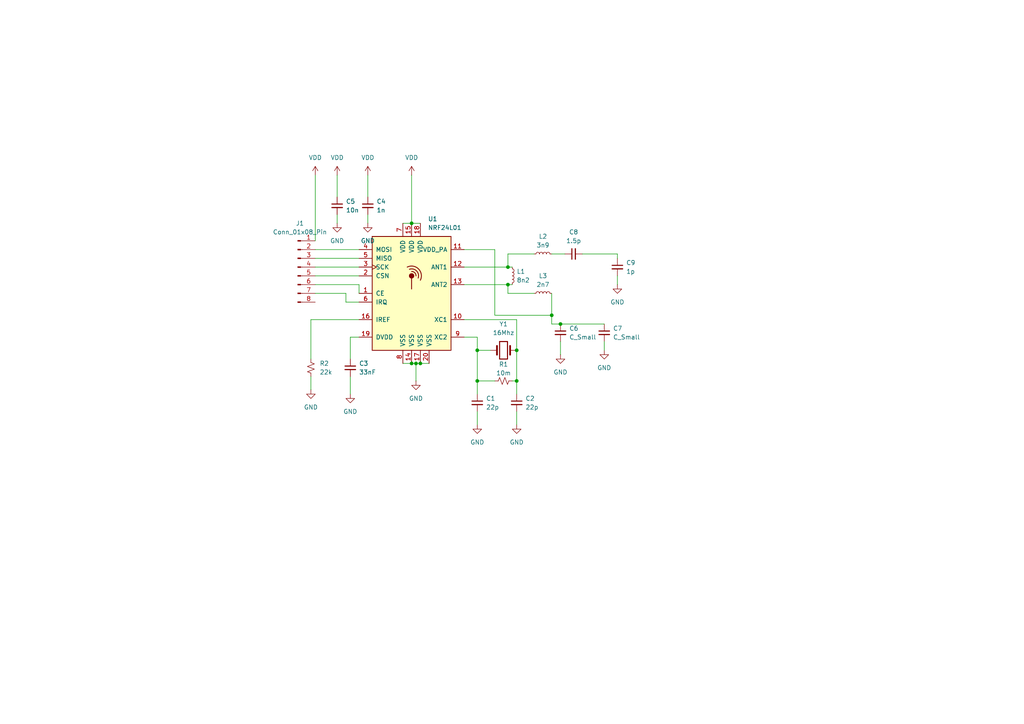
<source format=kicad_sch>
(kicad_sch
	(version 20231120)
	(generator "eeschema")
	(generator_version "8.0")
	(uuid "eaf494af-f862-44ad-80b5-f5f65d001f28")
	(paper "A4")
	(lib_symbols
		(symbol "Connector:Conn_01x08_Pin"
			(pin_names
				(offset 1.016) hide)
			(exclude_from_sim no)
			(in_bom yes)
			(on_board yes)
			(property "Reference" "J"
				(at 0 10.16 0)
				(effects
					(font
						(size 1.27 1.27)
					)
				)
			)
			(property "Value" "Conn_01x08_Pin"
				(at 0 -12.7 0)
				(effects
					(font
						(size 1.27 1.27)
					)
				)
			)
			(property "Footprint" ""
				(at 0 0 0)
				(effects
					(font
						(size 1.27 1.27)
					)
					(hide yes)
				)
			)
			(property "Datasheet" "~"
				(at 0 0 0)
				(effects
					(font
						(size 1.27 1.27)
					)
					(hide yes)
				)
			)
			(property "Description" "Generic connector, single row, 01x08, script generated"
				(at 0 0 0)
				(effects
					(font
						(size 1.27 1.27)
					)
					(hide yes)
				)
			)
			(property "ki_locked" ""
				(at 0 0 0)
				(effects
					(font
						(size 1.27 1.27)
					)
				)
			)
			(property "ki_keywords" "connector"
				(at 0 0 0)
				(effects
					(font
						(size 1.27 1.27)
					)
					(hide yes)
				)
			)
			(property "ki_fp_filters" "Connector*:*_1x??_*"
				(at 0 0 0)
				(effects
					(font
						(size 1.27 1.27)
					)
					(hide yes)
				)
			)
			(symbol "Conn_01x08_Pin_1_1"
				(polyline
					(pts
						(xy 1.27 -10.16) (xy 0.8636 -10.16)
					)
					(stroke
						(width 0.1524)
						(type default)
					)
					(fill
						(type none)
					)
				)
				(polyline
					(pts
						(xy 1.27 -7.62) (xy 0.8636 -7.62)
					)
					(stroke
						(width 0.1524)
						(type default)
					)
					(fill
						(type none)
					)
				)
				(polyline
					(pts
						(xy 1.27 -5.08) (xy 0.8636 -5.08)
					)
					(stroke
						(width 0.1524)
						(type default)
					)
					(fill
						(type none)
					)
				)
				(polyline
					(pts
						(xy 1.27 -2.54) (xy 0.8636 -2.54)
					)
					(stroke
						(width 0.1524)
						(type default)
					)
					(fill
						(type none)
					)
				)
				(polyline
					(pts
						(xy 1.27 0) (xy 0.8636 0)
					)
					(stroke
						(width 0.1524)
						(type default)
					)
					(fill
						(type none)
					)
				)
				(polyline
					(pts
						(xy 1.27 2.54) (xy 0.8636 2.54)
					)
					(stroke
						(width 0.1524)
						(type default)
					)
					(fill
						(type none)
					)
				)
				(polyline
					(pts
						(xy 1.27 5.08) (xy 0.8636 5.08)
					)
					(stroke
						(width 0.1524)
						(type default)
					)
					(fill
						(type none)
					)
				)
				(polyline
					(pts
						(xy 1.27 7.62) (xy 0.8636 7.62)
					)
					(stroke
						(width 0.1524)
						(type default)
					)
					(fill
						(type none)
					)
				)
				(rectangle
					(start 0.8636 -10.033)
					(end 0 -10.287)
					(stroke
						(width 0.1524)
						(type default)
					)
					(fill
						(type outline)
					)
				)
				(rectangle
					(start 0.8636 -7.493)
					(end 0 -7.747)
					(stroke
						(width 0.1524)
						(type default)
					)
					(fill
						(type outline)
					)
				)
				(rectangle
					(start 0.8636 -4.953)
					(end 0 -5.207)
					(stroke
						(width 0.1524)
						(type default)
					)
					(fill
						(type outline)
					)
				)
				(rectangle
					(start 0.8636 -2.413)
					(end 0 -2.667)
					(stroke
						(width 0.1524)
						(type default)
					)
					(fill
						(type outline)
					)
				)
				(rectangle
					(start 0.8636 0.127)
					(end 0 -0.127)
					(stroke
						(width 0.1524)
						(type default)
					)
					(fill
						(type outline)
					)
				)
				(rectangle
					(start 0.8636 2.667)
					(end 0 2.413)
					(stroke
						(width 0.1524)
						(type default)
					)
					(fill
						(type outline)
					)
				)
				(rectangle
					(start 0.8636 5.207)
					(end 0 4.953)
					(stroke
						(width 0.1524)
						(type default)
					)
					(fill
						(type outline)
					)
				)
				(rectangle
					(start 0.8636 7.747)
					(end 0 7.493)
					(stroke
						(width 0.1524)
						(type default)
					)
					(fill
						(type outline)
					)
				)
				(pin passive line
					(at 5.08 7.62 180)
					(length 3.81)
					(name "Pin_1"
						(effects
							(font
								(size 1.27 1.27)
							)
						)
					)
					(number "1"
						(effects
							(font
								(size 1.27 1.27)
							)
						)
					)
				)
				(pin passive line
					(at 5.08 5.08 180)
					(length 3.81)
					(name "Pin_2"
						(effects
							(font
								(size 1.27 1.27)
							)
						)
					)
					(number "2"
						(effects
							(font
								(size 1.27 1.27)
							)
						)
					)
				)
				(pin passive line
					(at 5.08 2.54 180)
					(length 3.81)
					(name "Pin_3"
						(effects
							(font
								(size 1.27 1.27)
							)
						)
					)
					(number "3"
						(effects
							(font
								(size 1.27 1.27)
							)
						)
					)
				)
				(pin passive line
					(at 5.08 0 180)
					(length 3.81)
					(name "Pin_4"
						(effects
							(font
								(size 1.27 1.27)
							)
						)
					)
					(number "4"
						(effects
							(font
								(size 1.27 1.27)
							)
						)
					)
				)
				(pin passive line
					(at 5.08 -2.54 180)
					(length 3.81)
					(name "Pin_5"
						(effects
							(font
								(size 1.27 1.27)
							)
						)
					)
					(number "5"
						(effects
							(font
								(size 1.27 1.27)
							)
						)
					)
				)
				(pin passive line
					(at 5.08 -5.08 180)
					(length 3.81)
					(name "Pin_6"
						(effects
							(font
								(size 1.27 1.27)
							)
						)
					)
					(number "6"
						(effects
							(font
								(size 1.27 1.27)
							)
						)
					)
				)
				(pin passive line
					(at 5.08 -7.62 180)
					(length 3.81)
					(name "Pin_7"
						(effects
							(font
								(size 1.27 1.27)
							)
						)
					)
					(number "7"
						(effects
							(font
								(size 1.27 1.27)
							)
						)
					)
				)
				(pin passive line
					(at 5.08 -10.16 180)
					(length 3.81)
					(name "Pin_8"
						(effects
							(font
								(size 1.27 1.27)
							)
						)
					)
					(number "8"
						(effects
							(font
								(size 1.27 1.27)
							)
						)
					)
				)
			)
		)
		(symbol "Device:C_Small"
			(pin_numbers hide)
			(pin_names
				(offset 0.254) hide)
			(exclude_from_sim no)
			(in_bom yes)
			(on_board yes)
			(property "Reference" "C"
				(at 0.254 1.778 0)
				(effects
					(font
						(size 1.27 1.27)
					)
					(justify left)
				)
			)
			(property "Value" "C_Small"
				(at 0.254 -2.032 0)
				(effects
					(font
						(size 1.27 1.27)
					)
					(justify left)
				)
			)
			(property "Footprint" ""
				(at 0 0 0)
				(effects
					(font
						(size 1.27 1.27)
					)
					(hide yes)
				)
			)
			(property "Datasheet" "~"
				(at 0 0 0)
				(effects
					(font
						(size 1.27 1.27)
					)
					(hide yes)
				)
			)
			(property "Description" "Unpolarized capacitor, small symbol"
				(at 0 0 0)
				(effects
					(font
						(size 1.27 1.27)
					)
					(hide yes)
				)
			)
			(property "ki_keywords" "capacitor cap"
				(at 0 0 0)
				(effects
					(font
						(size 1.27 1.27)
					)
					(hide yes)
				)
			)
			(property "ki_fp_filters" "C_*"
				(at 0 0 0)
				(effects
					(font
						(size 1.27 1.27)
					)
					(hide yes)
				)
			)
			(symbol "C_Small_0_1"
				(polyline
					(pts
						(xy -1.524 -0.508) (xy 1.524 -0.508)
					)
					(stroke
						(width 0.3302)
						(type default)
					)
					(fill
						(type none)
					)
				)
				(polyline
					(pts
						(xy -1.524 0.508) (xy 1.524 0.508)
					)
					(stroke
						(width 0.3048)
						(type default)
					)
					(fill
						(type none)
					)
				)
			)
			(symbol "C_Small_1_1"
				(pin passive line
					(at 0 2.54 270)
					(length 2.032)
					(name "~"
						(effects
							(font
								(size 1.27 1.27)
							)
						)
					)
					(number "1"
						(effects
							(font
								(size 1.27 1.27)
							)
						)
					)
				)
				(pin passive line
					(at 0 -2.54 90)
					(length 2.032)
					(name "~"
						(effects
							(font
								(size 1.27 1.27)
							)
						)
					)
					(number "2"
						(effects
							(font
								(size 1.27 1.27)
							)
						)
					)
				)
			)
		)
		(symbol "Device:Crystal"
			(pin_numbers hide)
			(pin_names
				(offset 1.016) hide)
			(exclude_from_sim no)
			(in_bom yes)
			(on_board yes)
			(property "Reference" "Y"
				(at 0 3.81 0)
				(effects
					(font
						(size 1.27 1.27)
					)
				)
			)
			(property "Value" "Crystal"
				(at 0 -3.81 0)
				(effects
					(font
						(size 1.27 1.27)
					)
				)
			)
			(property "Footprint" ""
				(at 0 0 0)
				(effects
					(font
						(size 1.27 1.27)
					)
					(hide yes)
				)
			)
			(property "Datasheet" "~"
				(at 0 0 0)
				(effects
					(font
						(size 1.27 1.27)
					)
					(hide yes)
				)
			)
			(property "Description" "Two pin crystal"
				(at 0 0 0)
				(effects
					(font
						(size 1.27 1.27)
					)
					(hide yes)
				)
			)
			(property "ki_keywords" "quartz ceramic resonator oscillator"
				(at 0 0 0)
				(effects
					(font
						(size 1.27 1.27)
					)
					(hide yes)
				)
			)
			(property "ki_fp_filters" "Crystal*"
				(at 0 0 0)
				(effects
					(font
						(size 1.27 1.27)
					)
					(hide yes)
				)
			)
			(symbol "Crystal_0_1"
				(rectangle
					(start -1.143 2.54)
					(end 1.143 -2.54)
					(stroke
						(width 0.3048)
						(type default)
					)
					(fill
						(type none)
					)
				)
				(polyline
					(pts
						(xy -2.54 0) (xy -1.905 0)
					)
					(stroke
						(width 0)
						(type default)
					)
					(fill
						(type none)
					)
				)
				(polyline
					(pts
						(xy -1.905 -1.27) (xy -1.905 1.27)
					)
					(stroke
						(width 0.508)
						(type default)
					)
					(fill
						(type none)
					)
				)
				(polyline
					(pts
						(xy 1.905 -1.27) (xy 1.905 1.27)
					)
					(stroke
						(width 0.508)
						(type default)
					)
					(fill
						(type none)
					)
				)
				(polyline
					(pts
						(xy 2.54 0) (xy 1.905 0)
					)
					(stroke
						(width 0)
						(type default)
					)
					(fill
						(type none)
					)
				)
			)
			(symbol "Crystal_1_1"
				(pin passive line
					(at -3.81 0 0)
					(length 1.27)
					(name "1"
						(effects
							(font
								(size 1.27 1.27)
							)
						)
					)
					(number "1"
						(effects
							(font
								(size 1.27 1.27)
							)
						)
					)
				)
				(pin passive line
					(at 3.81 0 180)
					(length 1.27)
					(name "2"
						(effects
							(font
								(size 1.27 1.27)
							)
						)
					)
					(number "2"
						(effects
							(font
								(size 1.27 1.27)
							)
						)
					)
				)
			)
		)
		(symbol "Device:L_Small"
			(pin_numbers hide)
			(pin_names
				(offset 0.254) hide)
			(exclude_from_sim no)
			(in_bom yes)
			(on_board yes)
			(property "Reference" "L"
				(at 0.762 1.016 0)
				(effects
					(font
						(size 1.27 1.27)
					)
					(justify left)
				)
			)
			(property "Value" "L_Small"
				(at 0.762 -1.016 0)
				(effects
					(font
						(size 1.27 1.27)
					)
					(justify left)
				)
			)
			(property "Footprint" ""
				(at 0 0 0)
				(effects
					(font
						(size 1.27 1.27)
					)
					(hide yes)
				)
			)
			(property "Datasheet" "~"
				(at 0 0 0)
				(effects
					(font
						(size 1.27 1.27)
					)
					(hide yes)
				)
			)
			(property "Description" "Inductor, small symbol"
				(at 0 0 0)
				(effects
					(font
						(size 1.27 1.27)
					)
					(hide yes)
				)
			)
			(property "ki_keywords" "inductor choke coil reactor magnetic"
				(at 0 0 0)
				(effects
					(font
						(size 1.27 1.27)
					)
					(hide yes)
				)
			)
			(property "ki_fp_filters" "Choke_* *Coil* Inductor_* L_*"
				(at 0 0 0)
				(effects
					(font
						(size 1.27 1.27)
					)
					(hide yes)
				)
			)
			(symbol "L_Small_0_1"
				(arc
					(start 0 -2.032)
					(mid 0.5058 -1.524)
					(end 0 -1.016)
					(stroke
						(width 0)
						(type default)
					)
					(fill
						(type none)
					)
				)
				(arc
					(start 0 -1.016)
					(mid 0.5058 -0.508)
					(end 0 0)
					(stroke
						(width 0)
						(type default)
					)
					(fill
						(type none)
					)
				)
				(arc
					(start 0 0)
					(mid 0.5058 0.508)
					(end 0 1.016)
					(stroke
						(width 0)
						(type default)
					)
					(fill
						(type none)
					)
				)
				(arc
					(start 0 1.016)
					(mid 0.5058 1.524)
					(end 0 2.032)
					(stroke
						(width 0)
						(type default)
					)
					(fill
						(type none)
					)
				)
			)
			(symbol "L_Small_1_1"
				(pin passive line
					(at 0 2.54 270)
					(length 0.508)
					(name "~"
						(effects
							(font
								(size 1.27 1.27)
							)
						)
					)
					(number "1"
						(effects
							(font
								(size 1.27 1.27)
							)
						)
					)
				)
				(pin passive line
					(at 0 -2.54 90)
					(length 0.508)
					(name "~"
						(effects
							(font
								(size 1.27 1.27)
							)
						)
					)
					(number "2"
						(effects
							(font
								(size 1.27 1.27)
							)
						)
					)
				)
			)
		)
		(symbol "Device:R_Small_US"
			(pin_numbers hide)
			(pin_names
				(offset 0.254) hide)
			(exclude_from_sim no)
			(in_bom yes)
			(on_board yes)
			(property "Reference" "R"
				(at 0.762 0.508 0)
				(effects
					(font
						(size 1.27 1.27)
					)
					(justify left)
				)
			)
			(property "Value" "R_Small_US"
				(at 0.762 -1.016 0)
				(effects
					(font
						(size 1.27 1.27)
					)
					(justify left)
				)
			)
			(property "Footprint" ""
				(at 0 0 0)
				(effects
					(font
						(size 1.27 1.27)
					)
					(hide yes)
				)
			)
			(property "Datasheet" "~"
				(at 0 0 0)
				(effects
					(font
						(size 1.27 1.27)
					)
					(hide yes)
				)
			)
			(property "Description" "Resistor, small US symbol"
				(at 0 0 0)
				(effects
					(font
						(size 1.27 1.27)
					)
					(hide yes)
				)
			)
			(property "ki_keywords" "r resistor"
				(at 0 0 0)
				(effects
					(font
						(size 1.27 1.27)
					)
					(hide yes)
				)
			)
			(property "ki_fp_filters" "R_*"
				(at 0 0 0)
				(effects
					(font
						(size 1.27 1.27)
					)
					(hide yes)
				)
			)
			(symbol "R_Small_US_1_1"
				(polyline
					(pts
						(xy 0 0) (xy 1.016 -0.381) (xy 0 -0.762) (xy -1.016 -1.143) (xy 0 -1.524)
					)
					(stroke
						(width 0)
						(type default)
					)
					(fill
						(type none)
					)
				)
				(polyline
					(pts
						(xy 0 1.524) (xy 1.016 1.143) (xy 0 0.762) (xy -1.016 0.381) (xy 0 0)
					)
					(stroke
						(width 0)
						(type default)
					)
					(fill
						(type none)
					)
				)
				(pin passive line
					(at 0 2.54 270)
					(length 1.016)
					(name "~"
						(effects
							(font
								(size 1.27 1.27)
							)
						)
					)
					(number "1"
						(effects
							(font
								(size 1.27 1.27)
							)
						)
					)
				)
				(pin passive line
					(at 0 -2.54 90)
					(length 1.016)
					(name "~"
						(effects
							(font
								(size 1.27 1.27)
							)
						)
					)
					(number "2"
						(effects
							(font
								(size 1.27 1.27)
							)
						)
					)
				)
			)
		)
		(symbol "RF:NRF24L01"
			(pin_names
				(offset 1.016)
			)
			(exclude_from_sim no)
			(in_bom yes)
			(on_board yes)
			(property "Reference" "U"
				(at -11.43 17.78 0)
				(effects
					(font
						(size 1.27 1.27)
					)
					(justify left)
				)
			)
			(property "Value" "NRF24L01"
				(at 5.08 17.78 0)
				(effects
					(font
						(size 1.27 1.27)
					)
					(justify left)
				)
			)
			(property "Footprint" "Package_DFN_QFN:QFN-20-1EP_4x4mm_P0.5mm_EP2.5x2.5mm"
				(at 5.08 20.32 0)
				(effects
					(font
						(size 1.27 1.27)
						(italic yes)
					)
					(justify left)
					(hide yes)
				)
			)
			(property "Datasheet" "http://www.nordicsemi.com/eng/content/download/2730/34105/file/nRF24L01_Product_Specification_v2_0.pdf"
				(at 0 2.54 0)
				(effects
					(font
						(size 1.27 1.27)
					)
					(hide yes)
				)
			)
			(property "Description" "Ultra low power 2.4GHz RF Transceiver, QFN-20"
				(at 0 0 0)
				(effects
					(font
						(size 1.27 1.27)
					)
					(hide yes)
				)
			)
			(property "ki_keywords" "Low Power RF Transceiver"
				(at 0 0 0)
				(effects
					(font
						(size 1.27 1.27)
					)
					(hide yes)
				)
			)
			(property "ki_fp_filters" "QFN*4x4*0.5mm*"
				(at 0 0 0)
				(effects
					(font
						(size 1.27 1.27)
					)
					(hide yes)
				)
			)
			(symbol "NRF24L01_0_1"
				(rectangle
					(start -11.43 16.51)
					(end 11.43 -16.51)
					(stroke
						(width 0.254)
						(type default)
					)
					(fill
						(type background)
					)
				)
				(polyline
					(pts
						(xy 0 4.445) (xy 0 1.27)
					)
					(stroke
						(width 0.254)
						(type default)
					)
					(fill
						(type none)
					)
				)
				(circle
					(center 0 5.08)
					(radius 0.635)
					(stroke
						(width 0.254)
						(type default)
					)
					(fill
						(type outline)
					)
				)
				(arc
					(start 1.27 5.08)
					(mid 0.9071 5.9946)
					(end 0 6.35)
					(stroke
						(width 0.254)
						(type default)
					)
					(fill
						(type none)
					)
				)
				(arc
					(start 1.905 4.445)
					(mid 1.4313 6.5254)
					(end -0.635 6.985)
					(stroke
						(width 0.254)
						(type default)
					)
					(fill
						(type none)
					)
				)
				(arc
					(start 2.54 3.81)
					(mid 2.008 7.088)
					(end -1.27 7.62)
					(stroke
						(width 0.254)
						(type default)
					)
					(fill
						(type none)
					)
				)
				(rectangle
					(start 11.43 -13.97)
					(end 11.43 -13.97)
					(stroke
						(width 0)
						(type default)
					)
					(fill
						(type none)
					)
				)
			)
			(symbol "NRF24L01_1_1"
				(pin input line
					(at -15.24 0 0)
					(length 3.81)
					(name "CE"
						(effects
							(font
								(size 1.27 1.27)
							)
						)
					)
					(number "1"
						(effects
							(font
								(size 1.27 1.27)
							)
						)
					)
				)
				(pin passive line
					(at 15.24 -7.62 180)
					(length 3.81)
					(name "XC1"
						(effects
							(font
								(size 1.27 1.27)
							)
						)
					)
					(number "10"
						(effects
							(font
								(size 1.27 1.27)
							)
						)
					)
				)
				(pin power_out line
					(at 15.24 12.7 180)
					(length 3.81)
					(name "VDD_PA"
						(effects
							(font
								(size 1.27 1.27)
							)
						)
					)
					(number "11"
						(effects
							(font
								(size 1.27 1.27)
							)
						)
					)
				)
				(pin passive line
					(at 15.24 7.62 180)
					(length 3.81)
					(name "ANT1"
						(effects
							(font
								(size 1.27 1.27)
							)
						)
					)
					(number "12"
						(effects
							(font
								(size 1.27 1.27)
							)
						)
					)
				)
				(pin passive line
					(at 15.24 2.54 180)
					(length 3.81)
					(name "ANT2"
						(effects
							(font
								(size 1.27 1.27)
							)
						)
					)
					(number "13"
						(effects
							(font
								(size 1.27 1.27)
							)
						)
					)
				)
				(pin power_in line
					(at 0 -20.32 90)
					(length 3.81)
					(name "VSS"
						(effects
							(font
								(size 1.27 1.27)
							)
						)
					)
					(number "14"
						(effects
							(font
								(size 1.27 1.27)
							)
						)
					)
				)
				(pin power_in line
					(at 0 20.32 270)
					(length 3.81)
					(name "VDD"
						(effects
							(font
								(size 1.27 1.27)
							)
						)
					)
					(number "15"
						(effects
							(font
								(size 1.27 1.27)
							)
						)
					)
				)
				(pin passive line
					(at -15.24 -7.62 0)
					(length 3.81)
					(name "IREF"
						(effects
							(font
								(size 1.27 1.27)
							)
						)
					)
					(number "16"
						(effects
							(font
								(size 1.27 1.27)
							)
						)
					)
				)
				(pin power_in line
					(at 2.54 -20.32 90)
					(length 3.81)
					(name "VSS"
						(effects
							(font
								(size 1.27 1.27)
							)
						)
					)
					(number "17"
						(effects
							(font
								(size 1.27 1.27)
							)
						)
					)
				)
				(pin power_in line
					(at 2.54 20.32 270)
					(length 3.81)
					(name "VDD"
						(effects
							(font
								(size 1.27 1.27)
							)
						)
					)
					(number "18"
						(effects
							(font
								(size 1.27 1.27)
							)
						)
					)
				)
				(pin power_out line
					(at -15.24 -12.7 0)
					(length 3.81)
					(name "DVDD"
						(effects
							(font
								(size 1.27 1.27)
							)
						)
					)
					(number "19"
						(effects
							(font
								(size 1.27 1.27)
							)
						)
					)
				)
				(pin input line
					(at -15.24 5.08 0)
					(length 3.81)
					(name "CSN"
						(effects
							(font
								(size 1.27 1.27)
							)
						)
					)
					(number "2"
						(effects
							(font
								(size 1.27 1.27)
							)
						)
					)
				)
				(pin power_in line
					(at 5.08 -20.32 90)
					(length 3.81)
					(name "VSS"
						(effects
							(font
								(size 1.27 1.27)
							)
						)
					)
					(number "20"
						(effects
							(font
								(size 1.27 1.27)
							)
						)
					)
				)
				(pin input clock
					(at -15.24 7.62 0)
					(length 3.81)
					(name "SCK"
						(effects
							(font
								(size 1.27 1.27)
							)
						)
					)
					(number "3"
						(effects
							(font
								(size 1.27 1.27)
							)
						)
					)
				)
				(pin input line
					(at -15.24 12.7 0)
					(length 3.81)
					(name "MOSI"
						(effects
							(font
								(size 1.27 1.27)
							)
						)
					)
					(number "4"
						(effects
							(font
								(size 1.27 1.27)
							)
						)
					)
				)
				(pin output line
					(at -15.24 10.16 0)
					(length 3.81)
					(name "MISO"
						(effects
							(font
								(size 1.27 1.27)
							)
						)
					)
					(number "5"
						(effects
							(font
								(size 1.27 1.27)
							)
						)
					)
				)
				(pin output line
					(at -15.24 -2.54 0)
					(length 3.81)
					(name "IRQ"
						(effects
							(font
								(size 1.27 1.27)
							)
						)
					)
					(number "6"
						(effects
							(font
								(size 1.27 1.27)
							)
						)
					)
				)
				(pin power_in line
					(at -2.54 20.32 270)
					(length 3.81)
					(name "VDD"
						(effects
							(font
								(size 1.27 1.27)
							)
						)
					)
					(number "7"
						(effects
							(font
								(size 1.27 1.27)
							)
						)
					)
				)
				(pin power_in line
					(at -2.54 -20.32 90)
					(length 3.81)
					(name "VSS"
						(effects
							(font
								(size 1.27 1.27)
							)
						)
					)
					(number "8"
						(effects
							(font
								(size 1.27 1.27)
							)
						)
					)
				)
				(pin passive line
					(at 15.24 -12.7 180)
					(length 3.81)
					(name "XC2"
						(effects
							(font
								(size 1.27 1.27)
							)
						)
					)
					(number "9"
						(effects
							(font
								(size 1.27 1.27)
							)
						)
					)
				)
			)
		)
		(symbol "power:GND"
			(power)
			(pin_numbers hide)
			(pin_names
				(offset 0) hide)
			(exclude_from_sim no)
			(in_bom yes)
			(on_board yes)
			(property "Reference" "#PWR"
				(at 0 -6.35 0)
				(effects
					(font
						(size 1.27 1.27)
					)
					(hide yes)
				)
			)
			(property "Value" "GND"
				(at 0 -3.81 0)
				(effects
					(font
						(size 1.27 1.27)
					)
				)
			)
			(property "Footprint" ""
				(at 0 0 0)
				(effects
					(font
						(size 1.27 1.27)
					)
					(hide yes)
				)
			)
			(property "Datasheet" ""
				(at 0 0 0)
				(effects
					(font
						(size 1.27 1.27)
					)
					(hide yes)
				)
			)
			(property "Description" "Power symbol creates a global label with name \"GND\" , ground"
				(at 0 0 0)
				(effects
					(font
						(size 1.27 1.27)
					)
					(hide yes)
				)
			)
			(property "ki_keywords" "global power"
				(at 0 0 0)
				(effects
					(font
						(size 1.27 1.27)
					)
					(hide yes)
				)
			)
			(symbol "GND_0_1"
				(polyline
					(pts
						(xy 0 0) (xy 0 -1.27) (xy 1.27 -1.27) (xy 0 -2.54) (xy -1.27 -1.27) (xy 0 -1.27)
					)
					(stroke
						(width 0)
						(type default)
					)
					(fill
						(type none)
					)
				)
			)
			(symbol "GND_1_1"
				(pin power_in line
					(at 0 0 270)
					(length 0)
					(name "~"
						(effects
							(font
								(size 1.27 1.27)
							)
						)
					)
					(number "1"
						(effects
							(font
								(size 1.27 1.27)
							)
						)
					)
				)
			)
		)
		(symbol "power:VDD"
			(power)
			(pin_numbers hide)
			(pin_names
				(offset 0) hide)
			(exclude_from_sim no)
			(in_bom yes)
			(on_board yes)
			(property "Reference" "#PWR"
				(at 0 -3.81 0)
				(effects
					(font
						(size 1.27 1.27)
					)
					(hide yes)
				)
			)
			(property "Value" "VDD"
				(at 0 3.556 0)
				(effects
					(font
						(size 1.27 1.27)
					)
				)
			)
			(property "Footprint" ""
				(at 0 0 0)
				(effects
					(font
						(size 1.27 1.27)
					)
					(hide yes)
				)
			)
			(property "Datasheet" ""
				(at 0 0 0)
				(effects
					(font
						(size 1.27 1.27)
					)
					(hide yes)
				)
			)
			(property "Description" "Power symbol creates a global label with name \"VDD\""
				(at 0 0 0)
				(effects
					(font
						(size 1.27 1.27)
					)
					(hide yes)
				)
			)
			(property "ki_keywords" "global power"
				(at 0 0 0)
				(effects
					(font
						(size 1.27 1.27)
					)
					(hide yes)
				)
			)
			(symbol "VDD_0_1"
				(polyline
					(pts
						(xy -0.762 1.27) (xy 0 2.54)
					)
					(stroke
						(width 0)
						(type default)
					)
					(fill
						(type none)
					)
				)
				(polyline
					(pts
						(xy 0 0) (xy 0 2.54)
					)
					(stroke
						(width 0)
						(type default)
					)
					(fill
						(type none)
					)
				)
				(polyline
					(pts
						(xy 0 2.54) (xy 0.762 1.27)
					)
					(stroke
						(width 0)
						(type default)
					)
					(fill
						(type none)
					)
				)
			)
			(symbol "VDD_1_1"
				(pin power_in line
					(at 0 0 90)
					(length 0)
					(name "~"
						(effects
							(font
								(size 1.27 1.27)
							)
						)
					)
					(number "1"
						(effects
							(font
								(size 1.27 1.27)
							)
						)
					)
				)
			)
		)
	)
	(junction
		(at 147.32 77.47)
		(diameter 0)
		(color 0 0 0 0)
		(uuid "001b816e-5d84-48f9-bb1b-ad2045657b92")
	)
	(junction
		(at 119.38 105.41)
		(diameter 0)
		(color 0 0 0 0)
		(uuid "02f4b3f8-2a7b-4c3a-b095-24552703c59e")
	)
	(junction
		(at 160.02 91.44)
		(diameter 0)
		(color 0 0 0 0)
		(uuid "0399402f-aa59-4610-9ece-45e9ef187177")
	)
	(junction
		(at 138.43 101.6)
		(diameter 0)
		(color 0 0 0 0)
		(uuid "2539d953-5f3e-4e7a-a694-a72d7388de63")
	)
	(junction
		(at 119.38 64.77)
		(diameter 0)
		(color 0 0 0 0)
		(uuid "3261b5a9-841b-430a-a099-62cd31960fab")
	)
	(junction
		(at 147.32 82.55)
		(diameter 0)
		(color 0 0 0 0)
		(uuid "63fce747-7c5c-4f4f-8163-d5add5d8699d")
	)
	(junction
		(at 120.65 105.41)
		(diameter 0)
		(color 0 0 0 0)
		(uuid "6f99e521-6502-472d-9da1-e51aeb571f13")
	)
	(junction
		(at 138.43 110.49)
		(diameter 0)
		(color 0 0 0 0)
		(uuid "9913e8b3-3fed-460c-ae3a-0c87e4e730ba")
	)
	(junction
		(at 149.86 101.6)
		(diameter 0)
		(color 0 0 0 0)
		(uuid "b1eed306-3f7c-4711-b556-a1df405c5b87")
	)
	(junction
		(at 121.92 105.41)
		(diameter 0)
		(color 0 0 0 0)
		(uuid "c4fa302e-8dcb-4e52-b14f-301d799055c6")
	)
	(junction
		(at 149.86 110.49)
		(diameter 0)
		(color 0 0 0 0)
		(uuid "d49daa8b-3bab-42fd-8477-9486e86b1ba2")
	)
	(junction
		(at 162.56 93.98)
		(diameter 0)
		(color 0 0 0 0)
		(uuid "e0a4a631-4ab5-4155-aa43-b7841db8cae0")
	)
	(wire
		(pts
			(xy 143.51 72.39) (xy 143.51 91.44)
		)
		(stroke
			(width 0)
			(type default)
		)
		(uuid "05d5bf7f-2979-4047-95a5-f692370e1aeb")
	)
	(wire
		(pts
			(xy 134.62 72.39) (xy 143.51 72.39)
		)
		(stroke
			(width 0)
			(type default)
		)
		(uuid "0a77dd94-086e-41ef-8221-92ad3581a810")
	)
	(wire
		(pts
			(xy 106.68 62.23) (xy 106.68 64.77)
		)
		(stroke
			(width 0)
			(type default)
		)
		(uuid "0e29edb7-2345-4d2b-8ab7-5bb9a52a7b4f")
	)
	(wire
		(pts
			(xy 149.86 110.49) (xy 149.86 114.3)
		)
		(stroke
			(width 0)
			(type default)
		)
		(uuid "0f547dd6-5672-4949-b36e-96a21c2047c0")
	)
	(wire
		(pts
			(xy 160.02 93.98) (xy 162.56 93.98)
		)
		(stroke
			(width 0)
			(type default)
		)
		(uuid "123a1123-1bf7-4ea4-a10e-c41dea7227ed")
	)
	(wire
		(pts
			(xy 160.02 91.44) (xy 160.02 85.09)
		)
		(stroke
			(width 0)
			(type default)
		)
		(uuid "12c68143-3fcd-4c98-aae9-79c0168f0d8e")
	)
	(wire
		(pts
			(xy 120.65 105.41) (xy 120.65 110.49)
		)
		(stroke
			(width 0)
			(type default)
		)
		(uuid "1e649639-e7cd-48c8-ac34-2e4eba9d5288")
	)
	(wire
		(pts
			(xy 160.02 93.98) (xy 160.02 91.44)
		)
		(stroke
			(width 0)
			(type default)
		)
		(uuid "1ff260d7-cfa6-414c-a570-94fc6fbae95f")
	)
	(wire
		(pts
			(xy 138.43 97.79) (xy 138.43 101.6)
		)
		(stroke
			(width 0)
			(type default)
		)
		(uuid "1ff4e910-b36e-417a-af75-827eae96f7fd")
	)
	(wire
		(pts
			(xy 100.33 87.63) (xy 104.14 87.63)
		)
		(stroke
			(width 0)
			(type default)
		)
		(uuid "23bcd02e-a6cd-4b87-bbee-309737b6c3e1")
	)
	(wire
		(pts
			(xy 162.56 93.98) (xy 175.26 93.98)
		)
		(stroke
			(width 0)
			(type default)
		)
		(uuid "2b044921-d85d-496a-a16d-f04b4d7ae1cc")
	)
	(wire
		(pts
			(xy 147.32 73.66) (xy 147.32 77.47)
		)
		(stroke
			(width 0)
			(type default)
		)
		(uuid "2c736b46-6958-439c-8003-dacf003be288")
	)
	(wire
		(pts
			(xy 138.43 119.38) (xy 138.43 123.19)
		)
		(stroke
			(width 0)
			(type default)
		)
		(uuid "2dcca11a-d26f-44ec-beeb-75647bf358ac")
	)
	(wire
		(pts
			(xy 175.26 99.06) (xy 175.26 101.6)
		)
		(stroke
			(width 0)
			(type default)
		)
		(uuid "3ed5dd42-e476-4cf1-aff7-7670d561b69e")
	)
	(wire
		(pts
			(xy 121.92 105.41) (xy 124.46 105.41)
		)
		(stroke
			(width 0)
			(type default)
		)
		(uuid "4446a51c-b4c4-4d66-a2ab-2013b1c304b7")
	)
	(wire
		(pts
			(xy 116.84 105.41) (xy 119.38 105.41)
		)
		(stroke
			(width 0)
			(type default)
		)
		(uuid "45117e6d-9b49-40a6-a4a5-745d384321a5")
	)
	(wire
		(pts
			(xy 119.38 105.41) (xy 120.65 105.41)
		)
		(stroke
			(width 0)
			(type default)
		)
		(uuid "45fcdb86-bca9-4372-8f05-30bd27295bcb")
	)
	(wire
		(pts
			(xy 149.86 119.38) (xy 149.86 123.19)
		)
		(stroke
			(width 0)
			(type default)
		)
		(uuid "4a790989-51b8-45a1-b967-92ffb92b04f2")
	)
	(wire
		(pts
			(xy 179.07 80.01) (xy 179.07 82.55)
		)
		(stroke
			(width 0)
			(type default)
		)
		(uuid "4af6a10d-e48f-4663-b626-48aab4824b92")
	)
	(wire
		(pts
			(xy 134.62 77.47) (xy 147.32 77.47)
		)
		(stroke
			(width 0)
			(type default)
		)
		(uuid "4b5cf4c8-46dd-418a-b41e-96945f0cac8c")
	)
	(wire
		(pts
			(xy 138.43 114.3) (xy 138.43 110.49)
		)
		(stroke
			(width 0)
			(type default)
		)
		(uuid "4b755243-123f-43f9-88ca-2c1e0793ede6")
	)
	(wire
		(pts
			(xy 97.79 62.23) (xy 97.79 64.77)
		)
		(stroke
			(width 0)
			(type default)
		)
		(uuid "4b763782-80e2-40e5-898a-3961b8e2f241")
	)
	(wire
		(pts
			(xy 138.43 110.49) (xy 143.51 110.49)
		)
		(stroke
			(width 0)
			(type default)
		)
		(uuid "54e5bcdd-933d-4963-92dd-e5f7e5dad970")
	)
	(wire
		(pts
			(xy 179.07 73.66) (xy 179.07 74.93)
		)
		(stroke
			(width 0)
			(type default)
		)
		(uuid "579dde8e-22cc-474c-b57c-a5a4abf45edd")
	)
	(wire
		(pts
			(xy 143.51 91.44) (xy 160.02 91.44)
		)
		(stroke
			(width 0)
			(type default)
		)
		(uuid "5fc49045-cd21-496f-8031-bbd83260f6bf")
	)
	(wire
		(pts
			(xy 134.62 92.71) (xy 149.86 92.71)
		)
		(stroke
			(width 0)
			(type default)
		)
		(uuid "60d9fadb-dd94-40a4-b0a3-4e2232cff224")
	)
	(wire
		(pts
			(xy 162.56 99.06) (xy 162.56 102.87)
		)
		(stroke
			(width 0)
			(type default)
		)
		(uuid "65e1ec26-75f9-4084-aa3d-09bb79a847e0")
	)
	(wire
		(pts
			(xy 168.91 73.66) (xy 179.07 73.66)
		)
		(stroke
			(width 0)
			(type default)
		)
		(uuid "698469bb-a9ca-4330-b061-fc29657f40c7")
	)
	(wire
		(pts
			(xy 148.59 110.49) (xy 149.86 110.49)
		)
		(stroke
			(width 0)
			(type default)
		)
		(uuid "6b815ff9-d9e7-47b4-b402-fdce81418ecf")
	)
	(wire
		(pts
			(xy 91.44 80.01) (xy 104.14 80.01)
		)
		(stroke
			(width 0)
			(type default)
		)
		(uuid "6dc59c1d-e254-4845-813d-fc9af6eaa76f")
	)
	(wire
		(pts
			(xy 138.43 101.6) (xy 138.43 110.49)
		)
		(stroke
			(width 0)
			(type default)
		)
		(uuid "7684b0f0-e583-4b7e-a018-51302b73c051")
	)
	(wire
		(pts
			(xy 100.33 85.09) (xy 100.33 87.63)
		)
		(stroke
			(width 0)
			(type default)
		)
		(uuid "768e9ff9-c8af-41c8-a82f-cad424cea1f6")
	)
	(wire
		(pts
			(xy 154.94 73.66) (xy 147.32 73.66)
		)
		(stroke
			(width 0)
			(type default)
		)
		(uuid "7eee27b7-abc6-449b-8c9f-66d483b44e36")
	)
	(wire
		(pts
			(xy 101.6 97.79) (xy 104.14 97.79)
		)
		(stroke
			(width 0)
			(type default)
		)
		(uuid "80dbb319-b484-48ee-9327-4c1ec73f71e8")
	)
	(wire
		(pts
			(xy 120.65 105.41) (xy 121.92 105.41)
		)
		(stroke
			(width 0)
			(type default)
		)
		(uuid "8190c2d9-2700-4a19-a24c-e5119d96636d")
	)
	(wire
		(pts
			(xy 91.44 50.8) (xy 91.44 69.85)
		)
		(stroke
			(width 0)
			(type default)
		)
		(uuid "8942d08c-f10b-47ff-a05d-9d0bd1a9ab7a")
	)
	(wire
		(pts
			(xy 106.68 50.8) (xy 106.68 57.15)
		)
		(stroke
			(width 0)
			(type default)
		)
		(uuid "8b15889f-f70f-4756-823c-e1f094bf7de4")
	)
	(wire
		(pts
			(xy 154.94 85.09) (xy 147.32 85.09)
		)
		(stroke
			(width 0)
			(type default)
		)
		(uuid "8fd6569d-40e3-4356-8fe0-fb1ea6ab964b")
	)
	(wire
		(pts
			(xy 149.86 92.71) (xy 149.86 101.6)
		)
		(stroke
			(width 0)
			(type default)
		)
		(uuid "9866c445-093a-433d-8c45-167f903ae8cc")
	)
	(wire
		(pts
			(xy 149.86 101.6) (xy 149.86 110.49)
		)
		(stroke
			(width 0)
			(type default)
		)
		(uuid "9983a9eb-2868-4d87-98b7-76aebfe2743d")
	)
	(wire
		(pts
			(xy 91.44 82.55) (xy 104.14 82.55)
		)
		(stroke
			(width 0)
			(type default)
		)
		(uuid "ac1862a8-8825-46e8-934e-e1a9b36ed75e")
	)
	(wire
		(pts
			(xy 90.17 92.71) (xy 104.14 92.71)
		)
		(stroke
			(width 0)
			(type default)
		)
		(uuid "b6bdcb42-e818-4e7e-8b26-404c912eb9b6")
	)
	(wire
		(pts
			(xy 148.59 82.55) (xy 147.32 82.55)
		)
		(stroke
			(width 0)
			(type default)
		)
		(uuid "b842f6ec-3a35-48bd-b560-eb68d6143e7e")
	)
	(wire
		(pts
			(xy 134.62 82.55) (xy 147.32 82.55)
		)
		(stroke
			(width 0)
			(type default)
		)
		(uuid "b8a9f93b-b57c-4e1b-9d5e-4233db207acf")
	)
	(wire
		(pts
			(xy 91.44 74.93) (xy 104.14 74.93)
		)
		(stroke
			(width 0)
			(type default)
		)
		(uuid "b9aa99fd-2ef8-4155-9257-50551f6c93f0")
	)
	(wire
		(pts
			(xy 147.32 85.09) (xy 147.32 82.55)
		)
		(stroke
			(width 0)
			(type default)
		)
		(uuid "bb1464ae-1c1e-45d2-abef-83ed4cc9fa19")
	)
	(wire
		(pts
			(xy 160.02 73.66) (xy 163.83 73.66)
		)
		(stroke
			(width 0)
			(type default)
		)
		(uuid "bec44066-eef7-464a-90b4-f3dbbc634e94")
	)
	(wire
		(pts
			(xy 91.44 77.47) (xy 104.14 77.47)
		)
		(stroke
			(width 0)
			(type default)
		)
		(uuid "bf3df117-54eb-4981-ad3c-19a7d2d93b60")
	)
	(wire
		(pts
			(xy 134.62 97.79) (xy 138.43 97.79)
		)
		(stroke
			(width 0)
			(type default)
		)
		(uuid "c48d03f8-17ea-491c-a816-92a835cabf76")
	)
	(wire
		(pts
			(xy 90.17 109.22) (xy 90.17 113.03)
		)
		(stroke
			(width 0)
			(type default)
		)
		(uuid "c5119509-7fa1-4982-a802-38d5a5377bb7")
	)
	(wire
		(pts
			(xy 97.79 50.8) (xy 97.79 57.15)
		)
		(stroke
			(width 0)
			(type default)
		)
		(uuid "cb952d5c-a99d-402f-8ae3-d8e00a69e8af")
	)
	(wire
		(pts
			(xy 119.38 64.77) (xy 121.92 64.77)
		)
		(stroke
			(width 0)
			(type default)
		)
		(uuid "cd01cd41-cb0f-4183-aec0-99e0dea3b4f2")
	)
	(wire
		(pts
			(xy 91.44 72.39) (xy 104.14 72.39)
		)
		(stroke
			(width 0)
			(type default)
		)
		(uuid "d6f6838f-2a85-45b6-bcb1-c04416b379d6")
	)
	(wire
		(pts
			(xy 91.44 85.09) (xy 100.33 85.09)
		)
		(stroke
			(width 0)
			(type default)
		)
		(uuid "d7ab067f-ea63-481c-a13d-c13caefaa661")
	)
	(wire
		(pts
			(xy 116.84 64.77) (xy 119.38 64.77)
		)
		(stroke
			(width 0)
			(type default)
		)
		(uuid "e4851193-46af-42aa-b043-4e27e9f10534")
	)
	(wire
		(pts
			(xy 104.14 82.55) (xy 104.14 85.09)
		)
		(stroke
			(width 0)
			(type default)
		)
		(uuid "e49b35a9-c28f-4a12-9d10-8c0920b93270")
	)
	(wire
		(pts
			(xy 148.59 77.47) (xy 147.32 77.47)
		)
		(stroke
			(width 0)
			(type default)
		)
		(uuid "ee25229a-e2c1-4a96-b7ae-b907ccd29d3d")
	)
	(wire
		(pts
			(xy 90.17 104.14) (xy 90.17 92.71)
		)
		(stroke
			(width 0)
			(type default)
		)
		(uuid "f4f61e13-c64c-459e-ac4a-fcd6c04a1f0d")
	)
	(wire
		(pts
			(xy 101.6 104.14) (xy 101.6 97.79)
		)
		(stroke
			(width 0)
			(type default)
		)
		(uuid "f5b105a4-8cc9-44c6-a17f-5cbf48a0709a")
	)
	(wire
		(pts
			(xy 119.38 50.8) (xy 119.38 64.77)
		)
		(stroke
			(width 0)
			(type default)
		)
		(uuid "fb14f71d-8e84-46d2-ba4b-9f85bec29f78")
	)
	(wire
		(pts
			(xy 101.6 109.22) (xy 101.6 114.3)
		)
		(stroke
			(width 0)
			(type default)
		)
		(uuid "fb5b728c-2d50-4f37-9200-47fd2b2b56e1")
	)
	(wire
		(pts
			(xy 138.43 101.6) (xy 142.24 101.6)
		)
		(stroke
			(width 0)
			(type default)
		)
		(uuid "ffe1bf4c-e3b8-486b-808e-5cb2f2391da6")
	)
	(symbol
		(lib_id "Device:L_Small")
		(at 157.48 73.66 90)
		(unit 1)
		(exclude_from_sim no)
		(in_bom yes)
		(on_board yes)
		(dnp no)
		(fields_autoplaced yes)
		(uuid "01abd7c4-db77-446b-ae90-85449de2d81f")
		(property "Reference" "L2"
			(at 157.48 68.58 90)
			(effects
				(font
					(size 1.27 1.27)
				)
			)
		)
		(property "Value" "3n9"
			(at 157.48 71.12 90)
			(effects
				(font
					(size 1.27 1.27)
				)
			)
		)
		(property "Footprint" "Inductor_SMD:L_0603_1608Metric"
			(at 157.48 73.66 0)
			(effects
				(font
					(size 1.27 1.27)
				)
				(hide yes)
			)
		)
		(property "Datasheet" "~"
			(at 157.48 73.66 0)
			(effects
				(font
					(size 1.27 1.27)
				)
				(hide yes)
			)
		)
		(property "Description" "Inductor, small symbol"
			(at 157.48 73.66 0)
			(effects
				(font
					(size 1.27 1.27)
				)
				(hide yes)
			)
		)
		(pin "1"
			(uuid "7315c53b-e297-4f7d-ac48-7449a2b0a334")
		)
		(pin "2"
			(uuid "279112ad-0706-4e43-af22-2a2ded3601d3")
		)
		(instances
			(project "NRF24L01"
				(path "/eaf494af-f862-44ad-80b5-f5f65d001f28"
					(reference "L2")
					(unit 1)
				)
			)
		)
	)
	(symbol
		(lib_id "Device:L_Small")
		(at 157.48 85.09 90)
		(unit 1)
		(exclude_from_sim no)
		(in_bom yes)
		(on_board yes)
		(dnp no)
		(fields_autoplaced yes)
		(uuid "07b4e4fb-476a-42e0-9035-5f0d1d8850fb")
		(property "Reference" "L3"
			(at 157.48 80.01 90)
			(effects
				(font
					(size 1.27 1.27)
				)
			)
		)
		(property "Value" "2n7"
			(at 157.48 82.55 90)
			(effects
				(font
					(size 1.27 1.27)
				)
			)
		)
		(property "Footprint" "Inductor_SMD:L_0603_1608Metric"
			(at 157.48 85.09 0)
			(effects
				(font
					(size 1.27 1.27)
				)
				(hide yes)
			)
		)
		(property "Datasheet" "~"
			(at 157.48 85.09 0)
			(effects
				(font
					(size 1.27 1.27)
				)
				(hide yes)
			)
		)
		(property "Description" "Inductor, small symbol"
			(at 157.48 85.09 0)
			(effects
				(font
					(size 1.27 1.27)
				)
				(hide yes)
			)
		)
		(pin "1"
			(uuid "0ebdddb1-ba2e-4d8e-8b39-ec0d511be380")
		)
		(pin "2"
			(uuid "84d6bf0e-a080-44f7-b8df-0009005c20dc")
		)
		(instances
			(project "NRF24L01"
				(path "/eaf494af-f862-44ad-80b5-f5f65d001f28"
					(reference "L3")
					(unit 1)
				)
			)
		)
	)
	(symbol
		(lib_id "power:GND")
		(at 138.43 123.19 0)
		(unit 1)
		(exclude_from_sim no)
		(in_bom yes)
		(on_board yes)
		(dnp no)
		(fields_autoplaced yes)
		(uuid "0a754d63-8511-4446-ad62-9ba7cdd58d11")
		(property "Reference" "#PWR03"
			(at 138.43 129.54 0)
			(effects
				(font
					(size 1.27 1.27)
				)
				(hide yes)
			)
		)
		(property "Value" "GND"
			(at 138.43 128.27 0)
			(effects
				(font
					(size 1.27 1.27)
				)
			)
		)
		(property "Footprint" ""
			(at 138.43 123.19 0)
			(effects
				(font
					(size 1.27 1.27)
				)
				(hide yes)
			)
		)
		(property "Datasheet" ""
			(at 138.43 123.19 0)
			(effects
				(font
					(size 1.27 1.27)
				)
				(hide yes)
			)
		)
		(property "Description" "Power symbol creates a global label with name \"GND\" , ground"
			(at 138.43 123.19 0)
			(effects
				(font
					(size 1.27 1.27)
				)
				(hide yes)
			)
		)
		(pin "1"
			(uuid "a3f5fd0f-7ef1-4ad7-b149-4a9f97373230")
		)
		(instances
			(project "NRF24L01"
				(path "/eaf494af-f862-44ad-80b5-f5f65d001f28"
					(reference "#PWR03")
					(unit 1)
				)
			)
		)
	)
	(symbol
		(lib_id "power:GND")
		(at 97.79 64.77 0)
		(unit 1)
		(exclude_from_sim no)
		(in_bom yes)
		(on_board yes)
		(dnp no)
		(fields_autoplaced yes)
		(uuid "0e525110-5a94-4dac-a842-4d9ca168f809")
		(property "Reference" "#PWR010"
			(at 97.79 71.12 0)
			(effects
				(font
					(size 1.27 1.27)
				)
				(hide yes)
			)
		)
		(property "Value" "GND"
			(at 97.79 69.85 0)
			(effects
				(font
					(size 1.27 1.27)
				)
			)
		)
		(property "Footprint" ""
			(at 97.79 64.77 0)
			(effects
				(font
					(size 1.27 1.27)
				)
				(hide yes)
			)
		)
		(property "Datasheet" ""
			(at 97.79 64.77 0)
			(effects
				(font
					(size 1.27 1.27)
				)
				(hide yes)
			)
		)
		(property "Description" "Power symbol creates a global label with name \"GND\" , ground"
			(at 97.79 64.77 0)
			(effects
				(font
					(size 1.27 1.27)
				)
				(hide yes)
			)
		)
		(pin "1"
			(uuid "488d4094-5cc5-4d5e-b262-731084688d03")
		)
		(instances
			(project "NRF24L01"
				(path "/eaf494af-f862-44ad-80b5-f5f65d001f28"
					(reference "#PWR010")
					(unit 1)
				)
			)
		)
	)
	(symbol
		(lib_id "Device:C_Small")
		(at 166.37 73.66 90)
		(unit 1)
		(exclude_from_sim no)
		(in_bom yes)
		(on_board yes)
		(dnp no)
		(fields_autoplaced yes)
		(uuid "1ae83229-4371-48a0-9ce5-75bf672ce749")
		(property "Reference" "C8"
			(at 166.3763 67.31 90)
			(effects
				(font
					(size 1.27 1.27)
				)
			)
		)
		(property "Value" "1.5p"
			(at 166.3763 69.85 90)
			(effects
				(font
					(size 1.27 1.27)
				)
			)
		)
		(property "Footprint" "Capacitor_SMD:C_0603_1608Metric"
			(at 166.37 73.66 0)
			(effects
				(font
					(size 1.27 1.27)
				)
				(hide yes)
			)
		)
		(property "Datasheet" "~"
			(at 166.37 73.66 0)
			(effects
				(font
					(size 1.27 1.27)
				)
				(hide yes)
			)
		)
		(property "Description" "Unpolarized capacitor, small symbol"
			(at 166.37 73.66 0)
			(effects
				(font
					(size 1.27 1.27)
				)
				(hide yes)
			)
		)
		(pin "1"
			(uuid "c3ff14f1-2981-4293-9f7d-480c3670a5bf")
		)
		(pin "2"
			(uuid "20543237-4a94-46b2-aeed-409b648e2a5e")
		)
		(instances
			(project "NRF24L01"
				(path "/eaf494af-f862-44ad-80b5-f5f65d001f28"
					(reference "C8")
					(unit 1)
				)
			)
		)
	)
	(symbol
		(lib_id "power:GND")
		(at 179.07 82.55 0)
		(unit 1)
		(exclude_from_sim no)
		(in_bom yes)
		(on_board yes)
		(dnp no)
		(fields_autoplaced yes)
		(uuid "1b28feeb-0d6a-4504-8bde-152f1ceca3cc")
		(property "Reference" "#PWR07"
			(at 179.07 88.9 0)
			(effects
				(font
					(size 1.27 1.27)
				)
				(hide yes)
			)
		)
		(property "Value" "GND"
			(at 179.07 87.63 0)
			(effects
				(font
					(size 1.27 1.27)
				)
			)
		)
		(property "Footprint" ""
			(at 179.07 82.55 0)
			(effects
				(font
					(size 1.27 1.27)
				)
				(hide yes)
			)
		)
		(property "Datasheet" ""
			(at 179.07 82.55 0)
			(effects
				(font
					(size 1.27 1.27)
				)
				(hide yes)
			)
		)
		(property "Description" "Power symbol creates a global label with name \"GND\" , ground"
			(at 179.07 82.55 0)
			(effects
				(font
					(size 1.27 1.27)
				)
				(hide yes)
			)
		)
		(pin "1"
			(uuid "ea523bc3-b6ec-42ae-85a2-8132440d38a7")
		)
		(instances
			(project "NRF24L01"
				(path "/eaf494af-f862-44ad-80b5-f5f65d001f28"
					(reference "#PWR07")
					(unit 1)
				)
			)
		)
	)
	(symbol
		(lib_id "Device:R_Small_US")
		(at 90.17 106.68 0)
		(unit 1)
		(exclude_from_sim no)
		(in_bom yes)
		(on_board yes)
		(dnp no)
		(fields_autoplaced yes)
		(uuid "34ec81f7-a4b2-4e28-9ecf-9d1b7537673a")
		(property "Reference" "R2"
			(at 92.71 105.4099 0)
			(effects
				(font
					(size 1.27 1.27)
				)
				(justify left)
			)
		)
		(property "Value" "22k"
			(at 92.71 107.9499 0)
			(effects
				(font
					(size 1.27 1.27)
				)
				(justify left)
			)
		)
		(property "Footprint" "Resistor_SMD:R_0201_0603Metric"
			(at 90.17 106.68 0)
			(effects
				(font
					(size 1.27 1.27)
				)
				(hide yes)
			)
		)
		(property "Datasheet" "~"
			(at 90.17 106.68 0)
			(effects
				(font
					(size 1.27 1.27)
				)
				(hide yes)
			)
		)
		(property "Description" "Resistor, small US symbol"
			(at 90.17 106.68 0)
			(effects
				(font
					(size 1.27 1.27)
				)
				(hide yes)
			)
		)
		(pin "1"
			(uuid "3f0954ff-c2ce-468e-ad6d-ca0e33443566")
		)
		(pin "2"
			(uuid "e6427a49-f4ab-49ce-b4d3-3579b7060315")
		)
		(instances
			(project "NRF24L01"
				(path "/eaf494af-f862-44ad-80b5-f5f65d001f28"
					(reference "R2")
					(unit 1)
				)
			)
		)
	)
	(symbol
		(lib_id "Connector:Conn_01x08_Pin")
		(at 86.36 77.47 0)
		(unit 1)
		(exclude_from_sim no)
		(in_bom yes)
		(on_board yes)
		(dnp no)
		(fields_autoplaced yes)
		(uuid "3ab36944-42a4-4766-afcc-909516a03a71")
		(property "Reference" "J1"
			(at 86.995 64.77 0)
			(effects
				(font
					(size 1.27 1.27)
				)
			)
		)
		(property "Value" "Conn_01x08_Pin"
			(at 86.995 67.31 0)
			(effects
				(font
					(size 1.27 1.27)
				)
			)
		)
		(property "Footprint" "Connector_Hirose:Hirose_DF13-08P-1.25DSA_1x08_P1.25mm_Vertical"
			(at 86.36 77.47 0)
			(effects
				(font
					(size 1.27 1.27)
				)
				(hide yes)
			)
		)
		(property "Datasheet" "~"
			(at 86.36 77.47 0)
			(effects
				(font
					(size 1.27 1.27)
				)
				(hide yes)
			)
		)
		(property "Description" "Generic connector, single row, 01x08, script generated"
			(at 86.36 77.47 0)
			(effects
				(font
					(size 1.27 1.27)
				)
				(hide yes)
			)
		)
		(pin "4"
			(uuid "30fda07a-2e67-4508-92ea-ef3c01d7db15")
		)
		(pin "8"
			(uuid "29e51ef7-2a01-4af1-b418-92ed7b48e989")
		)
		(pin "6"
			(uuid "3efcac85-c892-4183-9ff4-ea3905ef7334")
		)
		(pin "3"
			(uuid "30dd77b4-9f17-4081-b2de-ba7a86af231e")
		)
		(pin "2"
			(uuid "c45528ab-4952-4868-a6c7-c68f0823e933")
		)
		(pin "5"
			(uuid "fe711cd8-1a44-4153-9b39-83078208e3d6")
		)
		(pin "1"
			(uuid "ca43925d-79e7-4935-b63e-af3b259ce2e0")
		)
		(pin "7"
			(uuid "93c346bd-e906-4ef8-8ed4-ee67be645962")
		)
		(instances
			(project ""
				(path "/eaf494af-f862-44ad-80b5-f5f65d001f28"
					(reference "J1")
					(unit 1)
				)
			)
		)
	)
	(symbol
		(lib_id "power:VDD")
		(at 91.44 50.8 0)
		(unit 1)
		(exclude_from_sim no)
		(in_bom yes)
		(on_board yes)
		(dnp no)
		(fields_autoplaced yes)
		(uuid "4608b4c5-367a-4c90-a7fa-4439e90ee118")
		(property "Reference" "#PWR012"
			(at 91.44 54.61 0)
			(effects
				(font
					(size 1.27 1.27)
				)
				(hide yes)
			)
		)
		(property "Value" "VDD"
			(at 91.44 45.72 0)
			(effects
				(font
					(size 1.27 1.27)
				)
			)
		)
		(property "Footprint" ""
			(at 91.44 50.8 0)
			(effects
				(font
					(size 1.27 1.27)
				)
				(hide yes)
			)
		)
		(property "Datasheet" ""
			(at 91.44 50.8 0)
			(effects
				(font
					(size 1.27 1.27)
				)
				(hide yes)
			)
		)
		(property "Description" "Power symbol creates a global label with name \"VDD\""
			(at 91.44 50.8 0)
			(effects
				(font
					(size 1.27 1.27)
				)
				(hide yes)
			)
		)
		(pin "1"
			(uuid "d56f5fac-5195-4dc9-b607-82212a2501e9")
		)
		(instances
			(project "NRF24L01"
				(path "/eaf494af-f862-44ad-80b5-f5f65d001f28"
					(reference "#PWR012")
					(unit 1)
				)
			)
		)
	)
	(symbol
		(lib_id "Device:C_Small")
		(at 149.86 116.84 0)
		(unit 1)
		(exclude_from_sim no)
		(in_bom yes)
		(on_board yes)
		(dnp no)
		(fields_autoplaced yes)
		(uuid "4adb4d25-fd0e-4f2f-a3bd-98b841c7c9b6")
		(property "Reference" "C2"
			(at 152.4 115.5762 0)
			(effects
				(font
					(size 1.27 1.27)
				)
				(justify left)
			)
		)
		(property "Value" "22p"
			(at 152.4 118.1162 0)
			(effects
				(font
					(size 1.27 1.27)
				)
				(justify left)
			)
		)
		(property "Footprint" "Capacitor_SMD:C_0603_1608Metric"
			(at 149.86 116.84 0)
			(effects
				(font
					(size 1.27 1.27)
				)
				(hide yes)
			)
		)
		(property "Datasheet" "~"
			(at 149.86 116.84 0)
			(effects
				(font
					(size 1.27 1.27)
				)
				(hide yes)
			)
		)
		(property "Description" "Unpolarized capacitor, small symbol"
			(at 149.86 116.84 0)
			(effects
				(font
					(size 1.27 1.27)
				)
				(hide yes)
			)
		)
		(pin "1"
			(uuid "522d9731-1ea3-4c7b-9fca-3b9eae6c5417")
		)
		(pin "2"
			(uuid "5027767c-d149-4d0f-97eb-088abd50044b")
		)
		(instances
			(project "NRF24L01"
				(path "/eaf494af-f862-44ad-80b5-f5f65d001f28"
					(reference "C2")
					(unit 1)
				)
			)
		)
	)
	(symbol
		(lib_id "power:GND")
		(at 106.68 64.77 0)
		(unit 1)
		(exclude_from_sim no)
		(in_bom yes)
		(on_board yes)
		(dnp no)
		(fields_autoplaced yes)
		(uuid "4c018aa8-dbc0-4d57-b86f-3ae1cbaaabd3")
		(property "Reference" "#PWR011"
			(at 106.68 71.12 0)
			(effects
				(font
					(size 1.27 1.27)
				)
				(hide yes)
			)
		)
		(property "Value" "GND"
			(at 106.68 69.85 0)
			(effects
				(font
					(size 1.27 1.27)
				)
			)
		)
		(property "Footprint" ""
			(at 106.68 64.77 0)
			(effects
				(font
					(size 1.27 1.27)
				)
				(hide yes)
			)
		)
		(property "Datasheet" ""
			(at 106.68 64.77 0)
			(effects
				(font
					(size 1.27 1.27)
				)
				(hide yes)
			)
		)
		(property "Description" "Power symbol creates a global label with name \"GND\" , ground"
			(at 106.68 64.77 0)
			(effects
				(font
					(size 1.27 1.27)
				)
				(hide yes)
			)
		)
		(pin "1"
			(uuid "0e307a85-37e1-44af-976f-14fbed0b1424")
		)
		(instances
			(project "NRF24L01"
				(path "/eaf494af-f862-44ad-80b5-f5f65d001f28"
					(reference "#PWR011")
					(unit 1)
				)
			)
		)
	)
	(symbol
		(lib_id "power:GND")
		(at 149.86 123.19 0)
		(unit 1)
		(exclude_from_sim no)
		(in_bom yes)
		(on_board yes)
		(dnp no)
		(fields_autoplaced yes)
		(uuid "54f20abb-cf50-4fcb-95d8-02afd2b334e1")
		(property "Reference" "#PWR04"
			(at 149.86 129.54 0)
			(effects
				(font
					(size 1.27 1.27)
				)
				(hide yes)
			)
		)
		(property "Value" "GND"
			(at 149.86 128.27 0)
			(effects
				(font
					(size 1.27 1.27)
				)
			)
		)
		(property "Footprint" ""
			(at 149.86 123.19 0)
			(effects
				(font
					(size 1.27 1.27)
				)
				(hide yes)
			)
		)
		(property "Datasheet" ""
			(at 149.86 123.19 0)
			(effects
				(font
					(size 1.27 1.27)
				)
				(hide yes)
			)
		)
		(property "Description" "Power symbol creates a global label with name \"GND\" , ground"
			(at 149.86 123.19 0)
			(effects
				(font
					(size 1.27 1.27)
				)
				(hide yes)
			)
		)
		(pin "1"
			(uuid "08cb76f7-5dec-4622-b8e4-a9da7876be71")
		)
		(instances
			(project "NRF24L01"
				(path "/eaf494af-f862-44ad-80b5-f5f65d001f28"
					(reference "#PWR04")
					(unit 1)
				)
			)
		)
	)
	(symbol
		(lib_id "Device:C_Small")
		(at 138.43 116.84 0)
		(unit 1)
		(exclude_from_sim no)
		(in_bom yes)
		(on_board yes)
		(dnp no)
		(fields_autoplaced yes)
		(uuid "5cd7d02a-8f06-403e-ba42-c62f1aa7f818")
		(property "Reference" "C1"
			(at 140.97 115.5762 0)
			(effects
				(font
					(size 1.27 1.27)
				)
				(justify left)
			)
		)
		(property "Value" "22p"
			(at 140.97 118.1162 0)
			(effects
				(font
					(size 1.27 1.27)
				)
				(justify left)
			)
		)
		(property "Footprint" "Capacitor_SMD:C_0603_1608Metric"
			(at 138.43 116.84 0)
			(effects
				(font
					(size 1.27 1.27)
				)
				(hide yes)
			)
		)
		(property "Datasheet" "~"
			(at 138.43 116.84 0)
			(effects
				(font
					(size 1.27 1.27)
				)
				(hide yes)
			)
		)
		(property "Description" "Unpolarized capacitor, small symbol"
			(at 138.43 116.84 0)
			(effects
				(font
					(size 1.27 1.27)
				)
				(hide yes)
			)
		)
		(pin "1"
			(uuid "f3162e44-dd09-4a6d-9273-69b26af0b5bf")
		)
		(pin "2"
			(uuid "cc9eb2f5-04d9-4f80-a652-2034a6b2eb5c")
		)
		(instances
			(project "NRF24L01"
				(path "/eaf494af-f862-44ad-80b5-f5f65d001f28"
					(reference "C1")
					(unit 1)
				)
			)
		)
	)
	(symbol
		(lib_id "Device:C_Small")
		(at 179.07 77.47 0)
		(unit 1)
		(exclude_from_sim no)
		(in_bom yes)
		(on_board yes)
		(dnp no)
		(fields_autoplaced yes)
		(uuid "5d19437e-4549-4067-bcbc-ddd96f047494")
		(property "Reference" "C9"
			(at 181.61 76.2062 0)
			(effects
				(font
					(size 1.27 1.27)
				)
				(justify left)
			)
		)
		(property "Value" "1p"
			(at 181.61 78.7462 0)
			(effects
				(font
					(size 1.27 1.27)
				)
				(justify left)
			)
		)
		(property "Footprint" "Capacitor_SMD:C_0603_1608Metric"
			(at 179.07 77.47 0)
			(effects
				(font
					(size 1.27 1.27)
				)
				(hide yes)
			)
		)
		(property "Datasheet" "~"
			(at 179.07 77.47 0)
			(effects
				(font
					(size 1.27 1.27)
				)
				(hide yes)
			)
		)
		(property "Description" "Unpolarized capacitor, small symbol"
			(at 179.07 77.47 0)
			(effects
				(font
					(size 1.27 1.27)
				)
				(hide yes)
			)
		)
		(pin "1"
			(uuid "ff4c646c-f9e2-4246-a321-ecfe30528b4d")
		)
		(pin "2"
			(uuid "24d7bb0c-5cce-4a0c-9f02-e408cdfa0ae0")
		)
		(instances
			(project "NRF24L01"
				(path "/eaf494af-f862-44ad-80b5-f5f65d001f28"
					(reference "C9")
					(unit 1)
				)
			)
		)
	)
	(symbol
		(lib_id "power:VDD")
		(at 119.38 50.8 0)
		(unit 1)
		(exclude_from_sim no)
		(in_bom yes)
		(on_board yes)
		(dnp no)
		(fields_autoplaced yes)
		(uuid "627c70e7-dca5-4d41-8d0b-e96f31f583d6")
		(property "Reference" "#PWR02"
			(at 119.38 54.61 0)
			(effects
				(font
					(size 1.27 1.27)
				)
				(hide yes)
			)
		)
		(property "Value" "VDD"
			(at 119.38 45.72 0)
			(effects
				(font
					(size 1.27 1.27)
				)
			)
		)
		(property "Footprint" ""
			(at 119.38 50.8 0)
			(effects
				(font
					(size 1.27 1.27)
				)
				(hide yes)
			)
		)
		(property "Datasheet" ""
			(at 119.38 50.8 0)
			(effects
				(font
					(size 1.27 1.27)
				)
				(hide yes)
			)
		)
		(property "Description" "Power symbol creates a global label with name \"VDD\""
			(at 119.38 50.8 0)
			(effects
				(font
					(size 1.27 1.27)
				)
				(hide yes)
			)
		)
		(pin "1"
			(uuid "4a3f5281-238e-4911-ba51-0a6f0736cfae")
		)
		(instances
			(project ""
				(path "/eaf494af-f862-44ad-80b5-f5f65d001f28"
					(reference "#PWR02")
					(unit 1)
				)
			)
		)
	)
	(symbol
		(lib_id "Device:Crystal")
		(at 146.05 101.6 0)
		(unit 1)
		(exclude_from_sim no)
		(in_bom yes)
		(on_board yes)
		(dnp no)
		(fields_autoplaced yes)
		(uuid "8913191b-aa2e-45f0-a22a-9e600adfdcd7")
		(property "Reference" "Y1"
			(at 146.05 93.98 0)
			(effects
				(font
					(size 1.27 1.27)
				)
			)
		)
		(property "Value" "16Mhz"
			(at 146.05 96.52 0)
			(effects
				(font
					(size 1.27 1.27)
				)
			)
		)
		(property "Footprint" "Crystal:Crystal_SMD_3215-2Pin_3.2x1.5mm"
			(at 146.05 101.6 0)
			(effects
				(font
					(size 1.27 1.27)
				)
				(hide yes)
			)
		)
		(property "Datasheet" "~"
			(at 146.05 101.6 0)
			(effects
				(font
					(size 1.27 1.27)
				)
				(hide yes)
			)
		)
		(property "Description" "Two pin crystal"
			(at 146.05 101.6 0)
			(effects
				(font
					(size 1.27 1.27)
				)
				(hide yes)
			)
		)
		(pin "1"
			(uuid "d15149c6-5ee5-4522-b170-dbcbca5eca8c")
		)
		(pin "2"
			(uuid "1f7ba761-c0f0-4fc6-b593-7627c9424219")
		)
		(instances
			(project ""
				(path "/eaf494af-f862-44ad-80b5-f5f65d001f28"
					(reference "Y1")
					(unit 1)
				)
			)
		)
	)
	(symbol
		(lib_id "power:GND")
		(at 175.26 101.6 0)
		(unit 1)
		(exclude_from_sim no)
		(in_bom yes)
		(on_board yes)
		(dnp no)
		(fields_autoplaced yes)
		(uuid "8ac918c5-ed8e-4d98-9aa1-9fc8b4475be9")
		(property "Reference" "#PWR08"
			(at 175.26 107.95 0)
			(effects
				(font
					(size 1.27 1.27)
				)
				(hide yes)
			)
		)
		(property "Value" "GND"
			(at 175.26 106.68 0)
			(effects
				(font
					(size 1.27 1.27)
				)
			)
		)
		(property "Footprint" ""
			(at 175.26 101.6 0)
			(effects
				(font
					(size 1.27 1.27)
				)
				(hide yes)
			)
		)
		(property "Datasheet" ""
			(at 175.26 101.6 0)
			(effects
				(font
					(size 1.27 1.27)
				)
				(hide yes)
			)
		)
		(property "Description" "Power symbol creates a global label with name \"GND\" , ground"
			(at 175.26 101.6 0)
			(effects
				(font
					(size 1.27 1.27)
				)
				(hide yes)
			)
		)
		(pin "1"
			(uuid "9b27d8d7-55db-4949-9750-c3d89d5f5b99")
		)
		(instances
			(project "NRF24L01"
				(path "/eaf494af-f862-44ad-80b5-f5f65d001f28"
					(reference "#PWR08")
					(unit 1)
				)
			)
		)
	)
	(symbol
		(lib_id "power:VDD")
		(at 106.68 50.8 0)
		(unit 1)
		(exclude_from_sim no)
		(in_bom yes)
		(on_board yes)
		(dnp no)
		(fields_autoplaced yes)
		(uuid "9e67bda2-eb4b-4193-9380-0ce34c1f568e")
		(property "Reference" "#PWR014"
			(at 106.68 54.61 0)
			(effects
				(font
					(size 1.27 1.27)
				)
				(hide yes)
			)
		)
		(property "Value" "VDD"
			(at 106.68 45.72 0)
			(effects
				(font
					(size 1.27 1.27)
				)
			)
		)
		(property "Footprint" ""
			(at 106.68 50.8 0)
			(effects
				(font
					(size 1.27 1.27)
				)
				(hide yes)
			)
		)
		(property "Datasheet" ""
			(at 106.68 50.8 0)
			(effects
				(font
					(size 1.27 1.27)
				)
				(hide yes)
			)
		)
		(property "Description" "Power symbol creates a global label with name \"VDD\""
			(at 106.68 50.8 0)
			(effects
				(font
					(size 1.27 1.27)
				)
				(hide yes)
			)
		)
		(pin "1"
			(uuid "fc142878-3fd8-479b-80fc-707286327b41")
		)
		(instances
			(project "NRF24L01"
				(path "/eaf494af-f862-44ad-80b5-f5f65d001f28"
					(reference "#PWR014")
					(unit 1)
				)
			)
		)
	)
	(symbol
		(lib_id "Device:R_Small_US")
		(at 146.05 110.49 270)
		(unit 1)
		(exclude_from_sim no)
		(in_bom yes)
		(on_board yes)
		(dnp no)
		(uuid "9e979ad4-c7f8-4390-8c61-ff0037ba6752")
		(property "Reference" "R1"
			(at 146.05 105.664 90)
			(effects
				(font
					(size 1.27 1.27)
				)
			)
		)
		(property "Value" "10m"
			(at 146.05 108.204 90)
			(effects
				(font
					(size 1.27 1.27)
				)
			)
		)
		(property "Footprint" "Resistor_SMD:R_0201_0603Metric"
			(at 146.05 110.49 0)
			(effects
				(font
					(size 1.27 1.27)
				)
				(hide yes)
			)
		)
		(property "Datasheet" "~"
			(at 146.05 110.49 0)
			(effects
				(font
					(size 1.27 1.27)
				)
				(hide yes)
			)
		)
		(property "Description" "Resistor, small US symbol"
			(at 146.05 110.49 0)
			(effects
				(font
					(size 1.27 1.27)
				)
				(hide yes)
			)
		)
		(pin "1"
			(uuid "54ca71fb-e815-4256-8817-3e3d527d55b9")
		)
		(pin "2"
			(uuid "9e20aa5d-d799-4e07-bac7-e313fa65804f")
		)
		(instances
			(project "NRF24L01"
				(path "/eaf494af-f862-44ad-80b5-f5f65d001f28"
					(reference "R1")
					(unit 1)
				)
			)
		)
	)
	(symbol
		(lib_id "Device:C_Small")
		(at 162.56 96.52 0)
		(unit 1)
		(exclude_from_sim no)
		(in_bom yes)
		(on_board yes)
		(dnp no)
		(fields_autoplaced yes)
		(uuid "a855beda-0954-42c7-84b5-97281847a86f")
		(property "Reference" "C6"
			(at 165.1 95.2562 0)
			(effects
				(font
					(size 1.27 1.27)
				)
				(justify left)
			)
		)
		(property "Value" "C_Small"
			(at 165.1 97.7962 0)
			(effects
				(font
					(size 1.27 1.27)
				)
				(justify left)
			)
		)
		(property "Footprint" "Capacitor_SMD:C_0603_1608Metric"
			(at 162.56 96.52 0)
			(effects
				(font
					(size 1.27 1.27)
				)
				(hide yes)
			)
		)
		(property "Datasheet" "~"
			(at 162.56 96.52 0)
			(effects
				(font
					(size 1.27 1.27)
				)
				(hide yes)
			)
		)
		(property "Description" "Unpolarized capacitor, small symbol"
			(at 162.56 96.52 0)
			(effects
				(font
					(size 1.27 1.27)
				)
				(hide yes)
			)
		)
		(pin "1"
			(uuid "6632d08a-e7ca-453f-ad37-24722507c496")
		)
		(pin "2"
			(uuid "22389aca-b039-45e6-9ce6-77e4a9cbf368")
		)
		(instances
			(project "NRF24L01"
				(path "/eaf494af-f862-44ad-80b5-f5f65d001f28"
					(reference "C6")
					(unit 1)
				)
			)
		)
	)
	(symbol
		(lib_id "Device:C_Small")
		(at 97.79 59.69 0)
		(unit 1)
		(exclude_from_sim no)
		(in_bom yes)
		(on_board yes)
		(dnp no)
		(fields_autoplaced yes)
		(uuid "a8755448-6ffd-4726-b02b-a48385958297")
		(property "Reference" "C5"
			(at 100.33 58.4262 0)
			(effects
				(font
					(size 1.27 1.27)
				)
				(justify left)
			)
		)
		(property "Value" "10n"
			(at 100.33 60.9662 0)
			(effects
				(font
					(size 1.27 1.27)
				)
				(justify left)
			)
		)
		(property "Footprint" "Capacitor_SMD:C_0603_1608Metric"
			(at 97.79 59.69 0)
			(effects
				(font
					(size 1.27 1.27)
				)
				(hide yes)
			)
		)
		(property "Datasheet" "~"
			(at 97.79 59.69 0)
			(effects
				(font
					(size 1.27 1.27)
				)
				(hide yes)
			)
		)
		(property "Description" "Unpolarized capacitor, small symbol"
			(at 97.79 59.69 0)
			(effects
				(font
					(size 1.27 1.27)
				)
				(hide yes)
			)
		)
		(pin "1"
			(uuid "dbf4670f-2fee-4406-a43e-5f39a047cccc")
		)
		(pin "2"
			(uuid "446472b6-1fe8-4b1e-8f2a-1fca4176bb3d")
		)
		(instances
			(project "NRF24L01"
				(path "/eaf494af-f862-44ad-80b5-f5f65d001f28"
					(reference "C5")
					(unit 1)
				)
			)
		)
	)
	(symbol
		(lib_id "power:GND")
		(at 90.17 113.03 0)
		(unit 1)
		(exclude_from_sim no)
		(in_bom yes)
		(on_board yes)
		(dnp no)
		(fields_autoplaced yes)
		(uuid "ca9b9b55-4d97-4931-9e7a-ef1f6e1a0574")
		(property "Reference" "#PWR05"
			(at 90.17 119.38 0)
			(effects
				(font
					(size 1.27 1.27)
				)
				(hide yes)
			)
		)
		(property "Value" "GND"
			(at 90.17 118.11 0)
			(effects
				(font
					(size 1.27 1.27)
				)
			)
		)
		(property "Footprint" ""
			(at 90.17 113.03 0)
			(effects
				(font
					(size 1.27 1.27)
				)
				(hide yes)
			)
		)
		(property "Datasheet" ""
			(at 90.17 113.03 0)
			(effects
				(font
					(size 1.27 1.27)
				)
				(hide yes)
			)
		)
		(property "Description" "Power symbol creates a global label with name \"GND\" , ground"
			(at 90.17 113.03 0)
			(effects
				(font
					(size 1.27 1.27)
				)
				(hide yes)
			)
		)
		(pin "1"
			(uuid "da40698f-de0a-4d54-9137-f0d3bc90f8cd")
		)
		(instances
			(project "NRF24L01"
				(path "/eaf494af-f862-44ad-80b5-f5f65d001f28"
					(reference "#PWR05")
					(unit 1)
				)
			)
		)
	)
	(symbol
		(lib_id "RF:NRF24L01")
		(at 119.38 85.09 0)
		(unit 1)
		(exclude_from_sim no)
		(in_bom yes)
		(on_board yes)
		(dnp no)
		(fields_autoplaced yes)
		(uuid "d10fddd7-c292-43e5-857e-441ef266f91a")
		(property "Reference" "U1"
			(at 124.1141 63.5 0)
			(effects
				(font
					(size 1.27 1.27)
				)
				(justify left)
			)
		)
		(property "Value" "NRF24L01"
			(at 124.1141 66.04 0)
			(effects
				(font
					(size 1.27 1.27)
				)
				(justify left)
			)
		)
		(property "Footprint" "Package_DFN_QFN:QFN-20-1EP_4x4mm_P0.5mm_EP2.5x2.5mm"
			(at 124.46 64.77 0)
			(effects
				(font
					(size 1.27 1.27)
					(italic yes)
				)
				(justify left)
				(hide yes)
			)
		)
		(property "Datasheet" "http://www.nordicsemi.com/eng/content/download/2730/34105/file/nRF24L01_Product_Specification_v2_0.pdf"
			(at 119.38 82.55 0)
			(effects
				(font
					(size 1.27 1.27)
				)
				(hide yes)
			)
		)
		(property "Description" "Ultra low power 2.4GHz RF Transceiver, QFN-20"
			(at 119.38 85.09 0)
			(effects
				(font
					(size 1.27 1.27)
				)
				(hide yes)
			)
		)
		(pin "1"
			(uuid "2bc99c83-1ece-44b2-be2c-e3de9f99c19b")
		)
		(pin "16"
			(uuid "1a42b8e9-5a7e-48c9-adc0-7b746440d105")
		)
		(pin "6"
			(uuid "0768e085-ad9c-4ff1-9447-151c16dd2ca4")
		)
		(pin "14"
			(uuid "9290245c-8d6b-42e3-a669-a17eda245bf3")
		)
		(pin "4"
			(uuid "6e56c380-0592-4ac3-b33b-0c229f367de0")
		)
		(pin "12"
			(uuid "19780c2f-e972-4ffa-9133-1b262993eeb7")
		)
		(pin "9"
			(uuid "9b65ef75-7741-4009-afa4-fc7d7b759a7e")
		)
		(pin "13"
			(uuid "6fac7d8a-9432-4c45-9083-707aa6edbdc2")
		)
		(pin "7"
			(uuid "d6926a11-d56e-40a8-8cef-3b1cb9fb4568")
		)
		(pin "19"
			(uuid "975a2e51-a0fc-415b-b1f6-ec30342eb28d")
		)
		(pin "11"
			(uuid "c40b8a66-1af7-4a10-a6bc-9e8225aec1ab")
		)
		(pin "15"
			(uuid "40ff2515-ebce-422f-950e-cc017a1c16da")
		)
		(pin "17"
			(uuid "8634cf10-a12b-4c9d-b9fa-b31a50ddd3d7")
		)
		(pin "18"
			(uuid "278d020f-2450-43f8-bcc3-209db98e9c8c")
		)
		(pin "3"
			(uuid "1d0d07b9-3083-4160-8492-8a864799f22b")
		)
		(pin "10"
			(uuid "9ae7e5c1-8d84-4ec9-97ac-58f690bd15ed")
		)
		(pin "5"
			(uuid "84c24146-ecbd-4841-bb64-f5871fc6e362")
		)
		(pin "2"
			(uuid "3b963118-d0ec-4082-8987-33a33c74213c")
		)
		(pin "20"
			(uuid "fcdd60ce-367b-41a1-bdd6-38c9e17caaad")
		)
		(pin "8"
			(uuid "1d2de76e-91a8-46f6-b81f-f95c5df511e4")
		)
		(instances
			(project ""
				(path "/eaf494af-f862-44ad-80b5-f5f65d001f28"
					(reference "U1")
					(unit 1)
				)
			)
		)
	)
	(symbol
		(lib_id "power:GND")
		(at 101.6 114.3 0)
		(unit 1)
		(exclude_from_sim no)
		(in_bom yes)
		(on_board yes)
		(dnp no)
		(fields_autoplaced yes)
		(uuid "da30c4c5-a50c-42db-ae77-dfb1809210c2")
		(property "Reference" "#PWR06"
			(at 101.6 120.65 0)
			(effects
				(font
					(size 1.27 1.27)
				)
				(hide yes)
			)
		)
		(property "Value" "GND"
			(at 101.6 119.38 0)
			(effects
				(font
					(size 1.27 1.27)
				)
			)
		)
		(property "Footprint" ""
			(at 101.6 114.3 0)
			(effects
				(font
					(size 1.27 1.27)
				)
				(hide yes)
			)
		)
		(property "Datasheet" ""
			(at 101.6 114.3 0)
			(effects
				(font
					(size 1.27 1.27)
				)
				(hide yes)
			)
		)
		(property "Description" "Power symbol creates a global label with name \"GND\" , ground"
			(at 101.6 114.3 0)
			(effects
				(font
					(size 1.27 1.27)
				)
				(hide yes)
			)
		)
		(pin "1"
			(uuid "d8515c4f-6f7a-4c14-9882-96c51f1fb5fb")
		)
		(instances
			(project "NRF24L01"
				(path "/eaf494af-f862-44ad-80b5-f5f65d001f28"
					(reference "#PWR06")
					(unit 1)
				)
			)
		)
	)
	(symbol
		(lib_id "Device:C_Small")
		(at 175.26 96.52 0)
		(unit 1)
		(exclude_from_sim no)
		(in_bom yes)
		(on_board yes)
		(dnp no)
		(fields_autoplaced yes)
		(uuid "db423d66-acde-4e4a-ac93-5e8d75df9f71")
		(property "Reference" "C7"
			(at 177.8 95.2562 0)
			(effects
				(font
					(size 1.27 1.27)
				)
				(justify left)
			)
		)
		(property "Value" "C_Small"
			(at 177.8 97.7962 0)
			(effects
				(font
					(size 1.27 1.27)
				)
				(justify left)
			)
		)
		(property "Footprint" "Capacitor_SMD:C_0603_1608Metric"
			(at 175.26 96.52 0)
			(effects
				(font
					(size 1.27 1.27)
				)
				(hide yes)
			)
		)
		(property "Datasheet" "~"
			(at 175.26 96.52 0)
			(effects
				(font
					(size 1.27 1.27)
				)
				(hide yes)
			)
		)
		(property "Description" "Unpolarized capacitor, small symbol"
			(at 175.26 96.52 0)
			(effects
				(font
					(size 1.27 1.27)
				)
				(hide yes)
			)
		)
		(pin "1"
			(uuid "f4ce8417-b9e0-4c80-a70f-37f6717c6067")
		)
		(pin "2"
			(uuid "8b4f9347-743a-4ed9-9b11-479f6a24fa9f")
		)
		(instances
			(project "NRF24L01"
				(path "/eaf494af-f862-44ad-80b5-f5f65d001f28"
					(reference "C7")
					(unit 1)
				)
			)
		)
	)
	(symbol
		(lib_id "power:GND")
		(at 162.56 102.87 0)
		(unit 1)
		(exclude_from_sim no)
		(in_bom yes)
		(on_board yes)
		(dnp no)
		(fields_autoplaced yes)
		(uuid "dd08d321-cb9d-4693-948b-6e0228c8d26b")
		(property "Reference" "#PWR09"
			(at 162.56 109.22 0)
			(effects
				(font
					(size 1.27 1.27)
				)
				(hide yes)
			)
		)
		(property "Value" "GND"
			(at 162.56 107.95 0)
			(effects
				(font
					(size 1.27 1.27)
				)
			)
		)
		(property "Footprint" ""
			(at 162.56 102.87 0)
			(effects
				(font
					(size 1.27 1.27)
				)
				(hide yes)
			)
		)
		(property "Datasheet" ""
			(at 162.56 102.87 0)
			(effects
				(font
					(size 1.27 1.27)
				)
				(hide yes)
			)
		)
		(property "Description" "Power symbol creates a global label with name \"GND\" , ground"
			(at 162.56 102.87 0)
			(effects
				(font
					(size 1.27 1.27)
				)
				(hide yes)
			)
		)
		(pin "1"
			(uuid "4896d428-3ffe-4f99-91ce-00fd7bdcdb70")
		)
		(instances
			(project "NRF24L01"
				(path "/eaf494af-f862-44ad-80b5-f5f65d001f28"
					(reference "#PWR09")
					(unit 1)
				)
			)
		)
	)
	(symbol
		(lib_id "power:GND")
		(at 120.65 110.49 0)
		(unit 1)
		(exclude_from_sim no)
		(in_bom yes)
		(on_board yes)
		(dnp no)
		(fields_autoplaced yes)
		(uuid "deacdf53-91ab-4d26-aebe-208826f2e7c3")
		(property "Reference" "#PWR01"
			(at 120.65 116.84 0)
			(effects
				(font
					(size 1.27 1.27)
				)
				(hide yes)
			)
		)
		(property "Value" "GND"
			(at 120.65 115.57 0)
			(effects
				(font
					(size 1.27 1.27)
				)
			)
		)
		(property "Footprint" ""
			(at 120.65 110.49 0)
			(effects
				(font
					(size 1.27 1.27)
				)
				(hide yes)
			)
		)
		(property "Datasheet" ""
			(at 120.65 110.49 0)
			(effects
				(font
					(size 1.27 1.27)
				)
				(hide yes)
			)
		)
		(property "Description" "Power symbol creates a global label with name \"GND\" , ground"
			(at 120.65 110.49 0)
			(effects
				(font
					(size 1.27 1.27)
				)
				(hide yes)
			)
		)
		(pin "1"
			(uuid "61b31fd3-cd33-4a3a-bbb2-522c182759bf")
		)
		(instances
			(project ""
				(path "/eaf494af-f862-44ad-80b5-f5f65d001f28"
					(reference "#PWR01")
					(unit 1)
				)
			)
		)
	)
	(symbol
		(lib_id "Device:L_Small")
		(at 148.59 80.01 0)
		(unit 1)
		(exclude_from_sim no)
		(in_bom yes)
		(on_board yes)
		(dnp no)
		(fields_autoplaced yes)
		(uuid "ebec34ec-7f65-4ea6-b527-86a12226ea43")
		(property "Reference" "L1"
			(at 149.86 78.7399 0)
			(effects
				(font
					(size 1.27 1.27)
				)
				(justify left)
			)
		)
		(property "Value" "8n2"
			(at 149.86 81.2799 0)
			(effects
				(font
					(size 1.27 1.27)
				)
				(justify left)
			)
		)
		(property "Footprint" "Inductor_SMD:L_0603_1608Metric"
			(at 148.59 80.01 0)
			(effects
				(font
					(size 1.27 1.27)
				)
				(hide yes)
			)
		)
		(property "Datasheet" "~"
			(at 148.59 80.01 0)
			(effects
				(font
					(size 1.27 1.27)
				)
				(hide yes)
			)
		)
		(property "Description" "Inductor, small symbol"
			(at 148.59 80.01 0)
			(effects
				(font
					(size 1.27 1.27)
				)
				(hide yes)
			)
		)
		(pin "1"
			(uuid "fd5d9c6d-a200-41b3-a686-6fa29bd9300b")
		)
		(pin "2"
			(uuid "f7b4fdf3-343a-4f14-89c3-9aae6937e3c2")
		)
		(instances
			(project ""
				(path "/eaf494af-f862-44ad-80b5-f5f65d001f28"
					(reference "L1")
					(unit 1)
				)
			)
		)
	)
	(symbol
		(lib_id "Device:C_Small")
		(at 101.6 106.68 0)
		(unit 1)
		(exclude_from_sim no)
		(in_bom yes)
		(on_board yes)
		(dnp no)
		(fields_autoplaced yes)
		(uuid "f25ae8e7-927d-4b25-85f0-801514414e07")
		(property "Reference" "C3"
			(at 104.14 105.4162 0)
			(effects
				(font
					(size 1.27 1.27)
				)
				(justify left)
			)
		)
		(property "Value" "33nF"
			(at 104.14 107.9562 0)
			(effects
				(font
					(size 1.27 1.27)
				)
				(justify left)
			)
		)
		(property "Footprint" "Capacitor_SMD:C_0603_1608Metric"
			(at 101.6 106.68 0)
			(effects
				(font
					(size 1.27 1.27)
				)
				(hide yes)
			)
		)
		(property "Datasheet" "~"
			(at 101.6 106.68 0)
			(effects
				(font
					(size 1.27 1.27)
				)
				(hide yes)
			)
		)
		(property "Description" "Unpolarized capacitor, small symbol"
			(at 101.6 106.68 0)
			(effects
				(font
					(size 1.27 1.27)
				)
				(hide yes)
			)
		)
		(pin "1"
			(uuid "8705c58b-32e9-45e2-bfe4-3cfdb79a23c7")
		)
		(pin "2"
			(uuid "40be96ed-1b54-4451-8cc3-3b55fd493cbb")
		)
		(instances
			(project "NRF24L01"
				(path "/eaf494af-f862-44ad-80b5-f5f65d001f28"
					(reference "C3")
					(unit 1)
				)
			)
		)
	)
	(symbol
		(lib_id "power:VDD")
		(at 97.79 50.8 0)
		(unit 1)
		(exclude_from_sim no)
		(in_bom yes)
		(on_board yes)
		(dnp no)
		(fields_autoplaced yes)
		(uuid "feaceb44-d348-40e7-8db1-ba8de8baa06e")
		(property "Reference" "#PWR013"
			(at 97.79 54.61 0)
			(effects
				(font
					(size 1.27 1.27)
				)
				(hide yes)
			)
		)
		(property "Value" "VDD"
			(at 97.79 45.72 0)
			(effects
				(font
					(size 1.27 1.27)
				)
			)
		)
		(property "Footprint" ""
			(at 97.79 50.8 0)
			(effects
				(font
					(size 1.27 1.27)
				)
				(hide yes)
			)
		)
		(property "Datasheet" ""
			(at 97.79 50.8 0)
			(effects
				(font
					(size 1.27 1.27)
				)
				(hide yes)
			)
		)
		(property "Description" "Power symbol creates a global label with name \"VDD\""
			(at 97.79 50.8 0)
			(effects
				(font
					(size 1.27 1.27)
				)
				(hide yes)
			)
		)
		(pin "1"
			(uuid "18c5300d-5975-456e-b15a-0c1caba0f97e")
		)
		(instances
			(project "NRF24L01"
				(path "/eaf494af-f862-44ad-80b5-f5f65d001f28"
					(reference "#PWR013")
					(unit 1)
				)
			)
		)
	)
	(symbol
		(lib_id "Device:C_Small")
		(at 106.68 59.69 0)
		(unit 1)
		(exclude_from_sim no)
		(in_bom yes)
		(on_board yes)
		(dnp no)
		(fields_autoplaced yes)
		(uuid "ffe8b806-c0ee-40b4-986c-8c58c5b3b158")
		(property "Reference" "C4"
			(at 109.22 58.4262 0)
			(effects
				(font
					(size 1.27 1.27)
				)
				(justify left)
			)
		)
		(property "Value" "1n"
			(at 109.22 60.9662 0)
			(effects
				(font
					(size 1.27 1.27)
				)
				(justify left)
			)
		)
		(property "Footprint" "Capacitor_SMD:C_0603_1608Metric"
			(at 106.68 59.69 0)
			(effects
				(font
					(size 1.27 1.27)
				)
				(hide yes)
			)
		)
		(property "Datasheet" "~"
			(at 106.68 59.69 0)
			(effects
				(font
					(size 1.27 1.27)
				)
				(hide yes)
			)
		)
		(property "Description" "Unpolarized capacitor, small symbol"
			(at 106.68 59.69 0)
			(effects
				(font
					(size 1.27 1.27)
				)
				(hide yes)
			)
		)
		(pin "1"
			(uuid "27201673-5386-4b17-b4e1-72d5f0303906")
		)
		(pin "2"
			(uuid "f650aa97-699f-4532-b64a-e39a15aa76f9")
		)
		(instances
			(project "NRF24L01"
				(path "/eaf494af-f862-44ad-80b5-f5f65d001f28"
					(reference "C4")
					(unit 1)
				)
			)
		)
	)
	(sheet_instances
		(path "/"
			(page "1")
		)
	)
)

</source>
